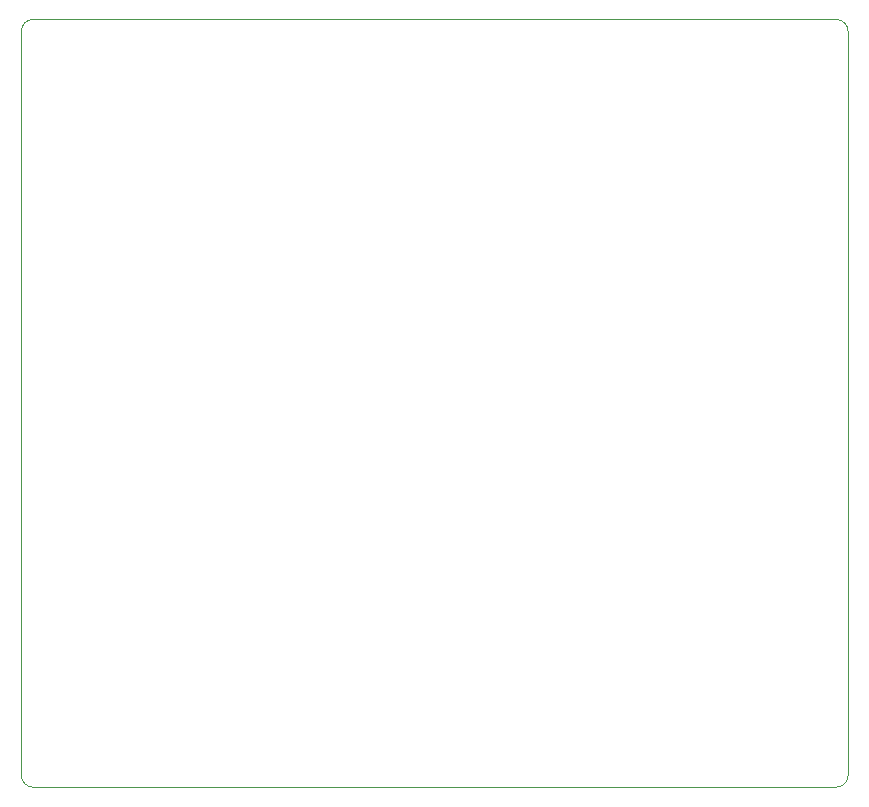
<source format=gbr>
G04 #@! TF.GenerationSoftware,KiCad,Pcbnew,(5.1.0)-1*
G04 #@! TF.CreationDate,2019-04-08T11:36:16+09:00*
G04 #@! TF.ProjectId,APA102,41504131-3032-42e6-9b69-6361645f7063,rev?*
G04 #@! TF.SameCoordinates,Original*
G04 #@! TF.FileFunction,Profile,NP*
%FSLAX46Y46*%
G04 Gerber Fmt 4.6, Leading zero omitted, Abs format (unit mm)*
G04 Created by KiCad (PCBNEW (5.1.0)-1) date 2019-04-08 11:36:16*
%MOMM*%
%LPD*%
G04 APERTURE LIST*
%ADD10C,0.050000*%
%ADD11C,0.100000*%
G04 APERTURE END LIST*
D10*
X101000000Y-95000000D02*
G75*
G02X100000000Y-94000000I0J1000000D01*
G01*
X100000000Y-31000000D02*
G75*
G02X101000000Y-30000000I1000000J0D01*
G01*
X169000000Y-30000000D02*
G75*
G02X170000000Y-31000000I0J-1000000D01*
G01*
X170000000Y-94000000D02*
G75*
G02X169000000Y-95000000I-1000000J0D01*
G01*
D11*
X100000000Y-94000000D02*
X100000000Y-31000000D01*
X169000000Y-95000000D02*
X101000000Y-95000000D01*
X170000000Y-31000000D02*
X170000000Y-94000000D01*
X101000000Y-30000000D02*
X169000000Y-30000000D01*
M02*

</source>
